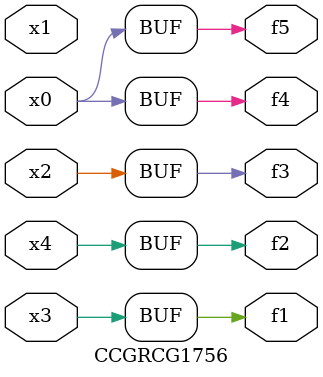
<source format=v>
module CCGRCG1756(
	input x0, x1, x2, x3, x4,
	output f1, f2, f3, f4, f5
);
	assign f1 = x3;
	assign f2 = x4;
	assign f3 = x2;
	assign f4 = x0;
	assign f5 = x0;
endmodule

</source>
